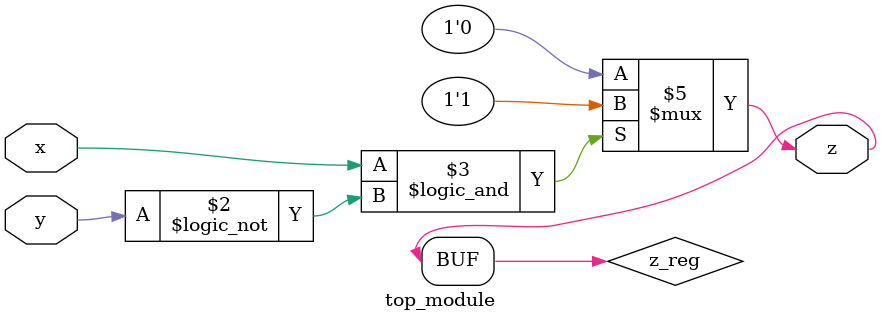
<source format=sv>
module top_module(
    input x,
    input y,
    output z
);
    
    reg z_reg;
    
    always @(*) begin
        if (x && !y)
            z_reg = 1;
        else
            z_reg = 0;
    end
    
    assign z = z_reg;

endmodule

</source>
